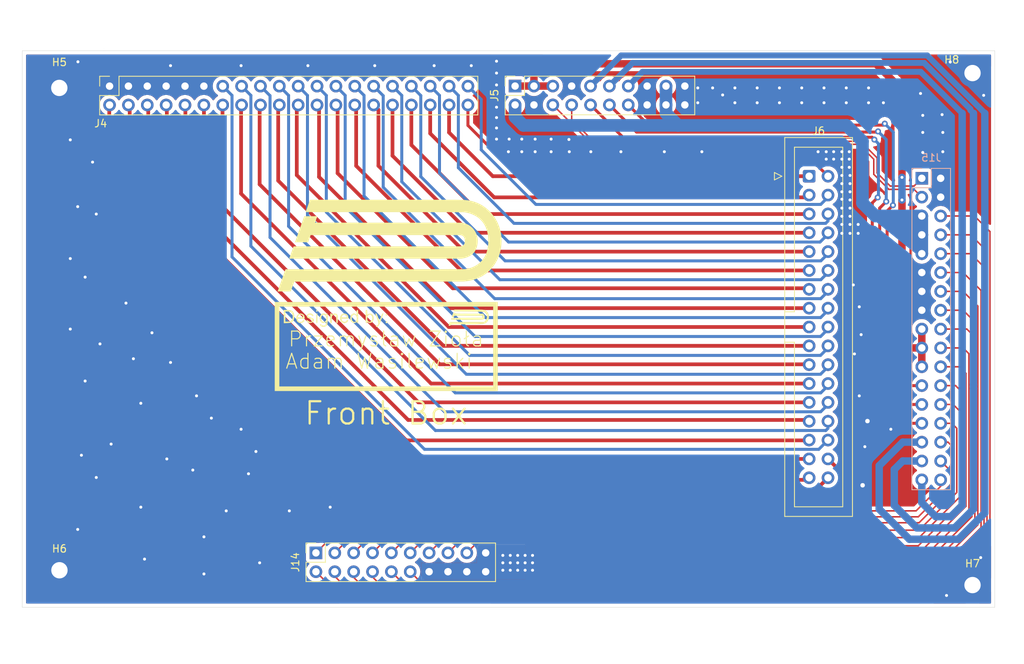
<source format=kicad_pcb>
(kicad_pcb (version 20211014) (generator pcbnew)
  (layers (0 "F.Cu" signal) (1 "In1.Cu" power) (2 "In2.Cu" power) (31 "B.Cu" signal) (34 "B.Paste" user) (35 "F.Paste" user) (36 "B.SilkS" user "B.Silkscreen") (37 "F.SilkS" user "F.Silkscreen") (38 "B.Mask" user) (39 "F.Mask" user) (44 "Edge.Cuts" user))
  (net 0 "")
  (net 1 "GND")
  (net 2 "+5V")
  (net 3 "/RST5")
  (net 4 "/CLK5")
  (net 5 "/SWD5")
  (net 6 "/RST4")
  (net 7 "/CLK4")
  (net 8 "/SWD4")
  (net 9 "/RST3")
  (net 10 "/CLK3")
  (net 11 "/SWD3")
  (net 12 "/RST2")
  (net 13 "/CLK2")
  (net 14 "/SWD2")
  (net 15 "/RST1")
  (net 16 "/CLK1")
  (net 17 "/SWD1")
  (net 18 "/SIG_APPS2")
  (net 19 "/SIG_APPS1")
  (net 20 "/KILL_LEWY")
  (net 21 "/KILL_PRAWY")
  (net 22 "/KILL_KIERA")
  (net 23 "/TEMP1")
  (net 24 "/WHEELSPEED2")
  (net 25 "/WHEELSPEED1")
  (net 26 "/POT_ZAWIAS2")
  (net 27 "/POT_ZAWIAS_1")
  (net 28 "/BRAKE_PRESSURE2")
  (net 29 "/BRAKE_PRESSURE1")
  (net 30 "/SAFE-OUT")
  (net 31 "/SAFE-IN")
  (net 32 "/BSPD-CURRENT")
  (net 33 "/+24F2")
  (net 34 "/WOLNY")
  (net 35 "/S36")
  (net 36 "/S27")
  (net 37 "/S25")
  (net 38 "/S23")
  (net 39 "/S21")
  (net 40 "/S19")
  (net 41 "/Z14")
  (net 42 "/Z13")
  (net 43 "/Z12")
  (net 44 "/Z11")
  (net 45 "/Z10")
  (net 46 "/Z9")
  (net 47 "/CAN-")
  (net 48 "/CAN+")
  (net 49 "/S15")
  (net 50 "/S17")
  (net 51 "/TIM_IN1")
  (net 52 "/TIM_IN0")
  (net 53 "/K_OUTPUT2")
  (net 54 "/OVERTRAVEL")
  (net 55 "/K_OUTPUT1")
  (net 56 "/INERTIA")
  (net 57 "/K_OUTPUT0")
  (net 58 "/K_ANALOG0")
  (net 59 "/PITOT2")
  (net 60 "/PITOT1")
  (footprint "Connector_PinSocket_2.54mm:PinSocket_2x10_P2.54mm_Vertical" (layer "F.Cu") (at 116.15 107.597154 90)
    (fp_text reference "J14")
    (fp_text value "Diagnostyka")
  )
  (footprint "Connector_PinSocket_2.54mm:PinSocket_2x20_P2.54mm_Vertical" (layer "F.Cu") (at 88.36 44.697154 90)
    (fp_text reference "J4")
    (fp_text value "Sygnały")
  )
  (footprint "Connector_PinSocket_2.54mm:PinSocket_2x10_P2.54mm_Vertical" (layer "F.Cu") (at 142.97 44.687154 90)
    (fp_text reference "J5")
    (fp_text value "Zasilanie+CAN")
  )
  (footprint "Connector_IDC:IDC-Header_2x17_P2.54mm_Vertical" (layer "F.Cu") (at 182.57 56.837154)
    (fp_text reference "J6")
    (fp_text value "Taśma IDC dolna")
  )
  (footprint "MountingHole:MountingHole_2.2mm_M2_DIN965_Pad" (layer "F.Cu") (at 204.57 42.937154)
    (fp_text reference "H8")
    (fp_text value "MountingHole_Pad")
  )
  (footprint "User_footprints:SignatureBox30mm" (layer "F.Cu") (at 125.595 79.787154)
    (fp_text reference "G***" hide)
    (fp_text value "LOGO" hide)
  )
  (footprint "MountingHole:MountingHole_2.2mm_M2_DIN965_Pad" (layer "F.Cu") (at 81.61 109.940154)
    (fp_text reference "H6")
    (fp_text value "MountingHole_Pad")
  )
  (footprint "MountingHole:MountingHole_2.2mm_M2_DIN965_Pad" (layer "F.Cu") (at 81.61 44.937154)
    (fp_text reference "H5")
    (fp_text value "MountingHole_Pad")
  )
  (footprint "User_footprints:PUTM_LOGO_35mm" (layer "F.Cu") (at 125.151747 65.856283)
    (fp_text reference "G***" hide)
    (fp_text value "LOGO" hide)
  )
  (footprint "MountingHole:MountingHole_2.2mm_M2_DIN965_Pad" (layer "F.Cu") (at 204.57 111.937154)
    (fp_text reference "H7")
    (fp_text value "MountingHole_Pad")
  )
  (footprint "Connector_PinSocket_2.54mm:PinSocket_2x17_P2.54mm_Vertical" (layer "B.Cu") (at 197.74 57.117154 180)
    (fp_text reference "J15")
    (fp_text value "sockety płytka pozioma")
  )
  (gr_line (start 76.61 114.937154) (end 76.61 39.937154) (layer "Edge.Cuts") (width 0.05))
  (gr_line (start 76.61 114.937154) (end 87.57 114.937154) (layer "Edge.Cuts") (width 0.05))
  (gr_line (start 207.57 114.937154) (end 87.57 114.937154) (layer "Edge.Cuts") (width 0.05))
  (gr_line (start 76.61 39.937154) (end 87.57 39.937154) (layer "Edge.Cuts") (width 0.05))
  (gr_line (start 87.57 39.937154) (end 207.57 39.937154) (layer "Edge.Cuts") (width 0.05))
  (gr_line (start 207.57 39.937154) (end 207.57 114.937154) (layer "Edge.Cuts") (width 0.05))
  (segment (start 161.52048 49.262634) (end 167.54452 49.262634) (width 1) (layer "F.Cu") (net 1))
  (segment (start 167.54452 49.262634) (end 170.92 45.887154) (width 1) (layer "F.Cu") (net 1))
  (segment (start 160.75 47.227154) (end 160.75 48.492154) (width 1) (layer "F.Cu") (net 1))
  (segment (start 160.75 47.227154) (end 160.75 47.467154) (width 0.25) (layer "F.Cu") (net 1))
  (segment (start 160.75 44.687154) (end 160.75 47.227154) (width 1) (layer "F.Cu") (net 1))
  (segment (start 160.75 48.492154) (end 161.52048 49.262634) (width 1) (layer "F.Cu") (net 1))
  (via (at 186.97 64.537154) (size 0.8) (drill 0.4) (layers "F.Cu" "B.Cu") (net 1))
  (via (at 106.07 41.937154) (size 0.8) (drill 0.4) (layers "F.Cu" "B.Cu") (net 1))
  (via (at 96.07 94.937154) (size 0.8) (drill 0.4) (layers "F.Cu" "B.Cu") (net 1))
  (via (at 144.32 107.937154) (size 0.8) (drill 0.4) (layers "F.Cu" "B.Cu") (net 1))
  (via (at 187.57 46.937154) (size 0.8) (drill 0.4) (layers "F.Cu" "B.Cu") (net 1))
  (via (at 188.52 71.487154) (size 0.8) (drill 0.4) (layers "F.Cu" "B.Cu") (net 1))
  (via (at 168.12 53.537154) (size 0.8) (drill 0.4) (layers "F.Cu" "B.Cu") (net 1))
  (via (at 181.57 44.937154) (size 0.8) (drill 0.4) (layers "F.Cu" "B.Cu") (net 1))
  (via (at 92.57 101.437154) (size 0.8) (drill 0.4) (layers "F.Cu" "B.Cu") (net 1))
  (via (at 189.57 78.187154) (size 0.8) (drill 0.4) (layers "F.Cu" "B.Cu") (net 1))
  (via (at 189.32 74.437154) (size 0.8) (drill 0.4) (layers "F.Cu" "B.Cu") (net 1))
  (via (at 189.32 86.437154) (size 0.8) (drill 0.4) (layers "F.Cu" "B.Cu") (net 1))
  (via (at 188.07 63.337154) (size 0.8) (drill 0.4) (layers "F.Cu" "B.Cu") (net 1))
  (via (at 186.97 61.137154) (size 0.8) (drill 0.4) (layers "F.Cu" "B.Cu") (net 1))
  (via (at 108.07 93.937154) (size 0.8) (drill 0.4) (layers "F.Cu" "B.Cu") (net 1))
  (via (at 112.57 101.937154) (size 0.8) (drill 0.4) (layers "F.Cu" "B.Cu") (net 1))
  (via (at 137.07 41.937154) (size 0.8) (drill 0.4) (layers "F.Cu" "B.Cu") (net 1))
  (via (at 190.57 44.937154) (size 0.8) (drill 0.4) (layers "F.Cu" "B.Cu") (net 1))
  (via (at 192.57 46.937154) (size 0.8) (drill 0.4) (layers "F.Cu" "B.Cu") (net 1))
  (via (at 188.07 60.037154) (size 0.8) (drill 0.4) (layers "F.Cu" "B.Cu") (net 1))
  (via (at 115.07 41.937154) (size 0.8) (drill 0.4) (layers "F.Cu" "B.Cu") (net 1))
  (via (at 143.32 107.937154) (size 0.8) (drill 0.4) (layers "F.Cu" "B.Cu") (net 1))
  (via (at 189.17 63.337154) (size 0.8) (drill 0.4) (layers "F.Cu" "B.Cu") (net 1))
  (via (at 85.07 84.437154) (size 0.8) (drill 0.4) (layers "F.Cu" "B.Cu") (net 1))
  (via (at 145.67 53.537154) (size 0.8) (drill 0.4) (layers "F.Cu" "B.Cu") (net 1))
  (via (at 83.07 51.937154) (size 0.8) (drill 0.4) (layers "F.Cu" "B.Cu") (net 1))
  (via (at 101.07 105.437154) (size 0.8) (drill 0.4) (layers "F.Cu" "B.Cu") (net 1))
  (via (at 104.07 101.937154) (size 0.8) (drill 0.4) (layers "F.Cu" "B.Cu") (net 1))
  (via (at 144.32 109.937154) (size 0.8) (drill 0.4) (layers "F.Cu" "B.Cu") (net 1))
  (via (at 186.97 57.837154) (size 0.8) (drill 0.4) (layers "F.Cu" "B.Cu") (net 1))
  (via (at 189.77 98.487154) (size 1) (drill 0.6) (layers "F.Cu" "B.Cu") (net 1))
  (via (at 172.57 44.937154) (size 0.8) (drill 0.4) (layers "F.Cu" "B.Cu") (net 1))
  (via (at 94.07 77.937154) (size 0.8) (drill 0.4) (layers "F.Cu" "B.Cu") (net 1))
  (via (at 206.07 45.937154) (size 0.8) (drill 0.4) (layers "F.Cu" "B.Cu") (net 1))
  (via (at 145.67 51.837154) (size 0.8) (drill 0.4) (layers "F.Cu" "B.Cu") (net 1))
  (via (at 185.87 54.537154) (size 0.8) (drill 0.4) (layers "F.Cu" "B.Cu") (net 1))
  (via (at 186.97 55.637154) (size 0.8) (drill 0.4) (layers "F.Cu" "B.Cu") (net 1))
  (via (at 145.32 108.937154) (size 0.8) (drill 0.4) (layers "F.Cu" "B.Cu") (net 1))
  (via (at 187.97 53.537154) (size 0.8) (drill 0.4) (layers "F.Cu" "B.Cu") (net 1))
  (via (at 91.57 81.437154) (size 0.8) (drill 0.4) (layers "F.Cu" "B.Cu") (net 1))
  (via (at 188.07 58.937154) (size 0.8) (drill 0.4) (layers "F.Cu" "B.Cu") (net 1))
  (via (at 188.67 80.787154) (size 0.8) (drill 0.4) (layers "F.Cu" "B.Cu") (net 1))
  (via (at 140.47 48.937154) (size 0.8) (drill 0.4) (layers "F.Cu" "B.Cu") (net 1))
  (via (at 184.57 44.937154) (size 0.8) (drill 0.4) (layers "F.Cu" "B.Cu") (net 1))
  (via (at 186.97 62.237154) (size 0.8) (drill 0.4) (layers "F.Cu" "B.Cu") (net 1))
  (via (at 153.17 53.537154) (size 0.8) (drill 0.4) (layers "F.Cu" "B.Cu") (net 1))
  (via (at 186.97 63.337154) (size 0.8) (drill 0.4) (layers "F.Cu" "B.Cu") (net 1))
  (via (at 108.57 108.937154) (size 0.8) (drill 0.4) (layers "F.Cu" "B.Cu") (net 1))
  (via (at 101.07 110.437154) (size 0.8) (drill 0.4) (layers "F.Cu" "B.Cu") (net 1))
  (via (at 145.32 109.937154) (size 0.8) (drill 0.4) (layers "F.Cu" "B.Cu") (net 1))
  (via (at 142.17 51.837154) (size 0.8) (drill 0.4) (layers "F.Cu" "B.Cu") (net 1))
  (via (at 140.47 51.837154) (size 0.8) (drill 0.4) (layers "F.Cu" "B.Cu") (net 1))
  (via (at 187.97 54.537154) (size 0.8) (drill 0.4) (layers "F.Cu" "B.Cu") (net 1))
  (via (at 96.57 81.937154) (size 0.8) (drill 0.4) (layers "F.Cu" "B.Cu") (net 1))
  (via (at 167.57 46.937154) (size 0.8) (drill 0.4) (layers "F.Cu" "B.Cu") (net 1))
  (via (at 140.47 47.537154) (size 0.8) (drill 0.4) (layers "F.Cu" "B.Cu") (net 1))
  (via (at 147.82 51.837154) (size 0.8) (drill 0.4) (layers "F.Cu" "B.Cu") (net 1))
  (via (at 181.57 46.937154) (size 0.8) (drill 0.4) (layers "F.Cu" "B.Cu") (net 1))
  (via (at 184.87 53.537154) (size 0.8) (drill 0.4) (layers "F.Cu" "B.Cu") (net 1))
  (via (at 84.57 94.437154) (size 0.8) (drill 0.4) (layers "F.Cu" "B.Cu") (net 1))
  (via (at 170.92 45.887154) (size 0.8) (drill 0.4) (layers "F.Cu" "B.Cu") (net 1))
  (via (at 144.32 108.937154) (size 0.8) (drill 0.4) (layers "F.Cu" "B.Cu") (net 1))
  (via (at 184.87 54.537154) (size 0.8) (drill 0.4) (layers "F.Cu" "B.Cu") (net 1))
  (via (at 86.57 61.937154) (size 0.8) (drill 0.4) (layers "F.Cu" "B.Cu") (net 1))
  (via (at 150.22 51.887154) (size 0.8) (drill 0.4) (layers "F.Cu" "B.Cu") (net 1))
  (via (at 187.57 44.937154) (size 0.8) (drill 0.4) (layers "F.Cu" "B.Cu") (net 1))
  (via (at 188.07 56.737154) (size 0.8) (drill 0.4) (layers "F.Cu" "B.Cu") (net 1))
  (via (at 83.07 67.937154) (size 0.8) (drill 0.4) (layers "F.Cu" "B.Cu") (net 1))
  (via (at 150.27 53.537154) (size 0.8) (drill 0.4) (layers "F.Cu" "B.Cu") (net 1))
  (via (at 178.57 44.937154) (size 0.8) (drill 0.4) (layers "F.Cu" "B.Cu") (net 1))
  (via (at 183.77 53.537154) (size 0.8) (drill 0.4) (layers "F.Cu" "B.Cu") (net 1))
  (via (at 140.47 42.937154) (size 0.8) (drill 0.4) (layers "F.Cu" "B.Cu") (net 1))
  (via (at 118.07 101.437154) (size 0.8) (drill 0.4) (layers "F.Cu" "B.Cu") (net 1))
  (via (at 143.32 109.937154) (size 0.8) (drill 0.4) (layers "F.Cu" "B.Cu") (net 1))
  (via (at 87.07 79.437154) (size 0.8) (drill 0.4) (layers "F.Cu" "B.Cu") (net 1))
  (via (at 92.57 87.437154) (size 0.8) (drill 0.4) (layers "F.Cu" "B.Cu") (net 1))
  (via (at 197.87 50.937154) (size 0.8) (drill 0.4) (layers "F.Cu" "B.Cu") (net 1))
  (via (at 201.57 41.437154) (size 0.8) (drill 0.4) (layers "F.Cu" "B.Cu") (net 1))
  (via (at 186.97 59.937154) (size 0.8) (drill 0.4) (layers "F.Cu" "B.Cu") (net 1))
  (via (at 141.32 109.937154) (size 0.8) (drill 0.4) (layers "F.Cu" "B.Cu") (net 1))
  (via (at 145.32 107.937154) (size 0.8) (drill 0.4) (layers "F.Cu" "B.Cu") (net 1))
  (via (at 142.32 108.937154) (size 0.8) (drill 0.4) (layers "F.Cu" "B.Cu") (net 1))
  (via (at 188.07 57.837154) (size 0.8) (drill 0.4) (layers "F.Cu" "B.Cu") (net 1))
  (via (at 189.17 64.537154) (size 0.8) (drill 0.4) (layers "F.Cu" "B.Cu") (net 1))
  (via (at 190.07 93.287154) (size 0.8) (drill 0.4) (layers "F.Cu" "B.Cu") (net 1))
  (via (at 99.57 96.437154) (size 0.8) (drill 0.4) (layers "F.Cu" "B.Cu") (net 1))
  (via (at 205.67 108.237154) (size 0.8) (drill 0.4) (layers "F.Cu" "B.Cu") (net 1))
  (via (at 190.57 46.937154) (size 0.8) (drill 0.4) (layers "F.Cu" "B.Cu") (net 1))
  (via (at 172.57 46.937154) (size 0.8) (drill 0.4) (layers "F.Cu" "B.Cu") (net 1))
  (via (at 188.07 64.537154) (size 0.8) (drill 0.4) (layers "F.Cu" "B.Cu") (net 1))
  (via (at 100.07 86.437154) (size 0.8) (drill 0.4) (layers "F.Cu" "B.Cu") (net 1))
  (via (at 186.97 54.537154) (size 0.8) (drill 0.4) (layers "F.Cu" "B.Cu") (net 1))
  (via (at 84.07 60.937154) (size 0.8) (drill 0.4) (layers "F.Cu" "B.Cu") (net 1))
  (via (at 107.07 96.937154) (size 0.8) (drill 0.4) (layers "F.Cu" "B.Cu") (net 1))
  (via (at 140.47 41.337154) (size 0.8) (drill 0.4) (layers "F.Cu" "B.Cu") (net 1))
  (via (at 186.97 53.537154) (size 0.8) (drill 0.4) (layers "F.Cu" "B.Cu") (net 1))
  (via (at 140.47 44.537154) (size 0.8) (drill 0.4) (layers "F.Cu" "B.Cu") (net 1))
  (via (at 200.57 53.537154) (size 0.8) (drill 0.4) (layers "F.Cu" "B.Cu") (net 1))
  (via (at 140.47 50.337154) (size 0.8) (drill 0.4) (layers "F.Cu" "B.Cu") (net 1))
  (via (at 84.07 104.437154) (size 0.8) (drill 0.4) (layers "F.Cu" "B.Cu") (net 1))
  (via (at 188.07 62.237154) (size 0.8) (drill 0.4) (layers "F.Cu" "B.Cu") (net 1))
  (via (at 163.07 53.537154) (size 0.8) (drill 0.4) (layers "F.Cu" "B.Cu") (net 1))
  (via (at 201.07 113.337154) (size 0.8) (drill 0.4) (layers "F.Cu" "B.Cu") (net 1))
  (via (at 141.32 107.937154) (size 0.8) (drill 0.4) (layers "F.Cu" "B.Cu") (net 1))
  (via (at 197.87 48.637154) (size 0.8) (drill 0.4) (layers "F.Cu" "B.Cu") (net 1))
  (via (at 178.57 46.937154) (size 0.8) (drill 0.4) (layers "F.Cu" "B.Cu") (net 1))
  (via (at 147.82 53.537154) (size 0.8) (drill 0.4) (layers "F.Cu" "B.Cu") (net 1))
  (via (at 86.57 97.437154) (size 0.8) (drill 0.4) (layers "F.Cu" "B.Cu") (net 1))
  (via (at 167.57 44.937154) (size 0.8) (drill 0.4) (layers "F.Cu" "B.Cu") (net 1))
  (via (at 90.57 73.937154) (size 0.8) (drill 0.4) (layers "F.Cu" "B.Cu") (net 1))
  (via (at 143.32 108.937154) (size 0.8) (drill 0.4) (layers "F.Cu" "B.Cu") (net 1))
  (via (at 188.07 61.137154) (size 0.8) (drill 0.4) (layers "F.Cu" "B.Cu") (net 1))
  (via (at 197.87 53.637154) (size 0.8) (drill 0.4) (layers "F.Cu" "B.Cu") (net 1))
  (via (at 106.07 90.937154) (size 0.8) (drill 0.4) (layers "F.Cu" "B.Cu") (net 1))
  (via (at 85.07 70.437154) (size 0.8) (drill 0.4) (layers "F.Cu" "B.Cu") (net 1))
  (via (at 143.87 53.537154) (size 0.8) (drill 0.4) (layers "F.Cu" "B.Cu") (net 1))
  (via (at 175.57 46.937154) (size 0.8) (drill 0.4) (layers "F.Cu" "B.Cu") (net 1))
  (via (at 88.57 92.937154) (size 0.8) (drill 0.4) (layers "F.Cu" "B.Cu") (net 1))
  (via (at 102.07 89.437154) (size 0.8) (drill 0.4) (layers "F.Cu" "B.Cu") (net 1))
  (via (at 175.57 44.937154) (size 0.8) (drill 0.4) (layers "F.Cu" "B.Cu") (net 1))
  (via (at 186.97 58.937154) (size 0.8) (drill 0.4) (layers "F.Cu" "B.Cu") (net 1))
  (via (at 142.32 107.937154) (size 0.8) (drill 0.4) (layers "F.Cu" "B.Cu") (net 1))
  (via (at 185.87 53.537154) (size 0.8) (drill 0.4) (layers "F.Cu" "B.Cu") (net 1))
  (via (at 93.07 108.437154) (size 0.8) (drill 0.4) (layers "F.Cu" "B.Cu") (net 1))
  (via (at 124.07 41.937154) (size 0.8) (drill 0.4) (layers "F.Cu" "B.Cu") (net 1))
  (via (at 84.1 41.414154) (size 0.8) (drill 0.4) (layers "F.Cu" "B.Cu") (net 1))
  (via (at 86.07 54.937154) (size 0.8) (drill 0.4) (layers "F.Cu" "B.Cu") (net 1))
  (via (at 197.57 45.687154) (size 0.8) (drill 0.4) (layers "F.Cu" "B.Cu") (net 1))
  (via (at 157.22 53.537154) (size 0.8) (drill 0.4) (layers "F.Cu" "B.Cu") (net 1))
  (via (at 186.97 56.737154) (size 0.8) (drill 0.4) (layers "F.Cu" "B.Cu") (net 1))
  (via (at 142.07 53.537154) (size 0.8) (drill 0.4) (layers "F.Cu" "B.Cu") (net 1))
  (via (at 187.97 55.637154) (size 0.8) (drill 0.4) (layers "F.Cu" "B.Cu") (net 1))
  (via (at 143.87 51.837154) (size 0.8) (drill 0.4) (layers "F.Cu" "B.Cu") (net 1))
  (via (at 141.32 108.937154) (size 0.8) (drill 0.4) (layers "F.Cu" "B.Cu") (net 1))
  (via (at 132.07 41.937154) (size 0.8) (drill 0.4) (layers "F.Cu" "B.Cu") (net 1))
  (via (at 142.32 109.937154) (size 0.8) (drill 0.4) (layers "F.Cu" "B.Cu") (net 1))
  (via (at 200.57 50.937154) (size 0.8) (drill 0.4) (layers "F.Cu" "B.Cu") (net 1))
  (via (at 96.57 41.937154) (size 0.8) (drill 0.4) (layers "F.Cu" "B.Cu") (net 1))
  (via (at 83.07 77.437154) (size 0.8) (drill 0.4) (layers "F.Cu" "B.Cu") (net 1))
  (via (at 184.57 46.937154) (size 0.8) (drill 0.4) (layers "F.Cu" "B.Cu") (net 1))
  (via (at 200.47 48.537154) (size 0.8) (drill 0.4) (layers "F.Cu" "B.Cu") (net 1))
  (via (at 193.57 90.937154) (size 0.8) (drill 0.4) (layers "F.Cu" "B.Cu") (net 1))
  (via (at 190.42 89.837154) (size 1) (drill 0.6) (layers "F.Cu" "B.Cu") (net 1))
  (via (at 169.57 44.937154) (size 0.8) (drill 0.4) (layers "F.Cu" "B.Cu") (net 1))
  (segment (start 184.32 108.937154) (end 189.77 103.487154) (width 0.25) (layer "B.Cu") (net 1))
  (segment (start 189.77 103.487154) (end 189.77 98.487154) (width 0.25) (layer "B.Cu") (net 1))
  (segment (start 189.82 98.537154) (end 189.77 98.487154) (width 0.2) (layer "B.Cu") (net 1))
  (segment (start 142.57 108.937154) (end 184.32 108.937154) (width 0.25) (layer "B.Cu") (net 1))
  (segment (start 197.616 74.773154) (end 197.74 74.897154) (width 1) (layer "B.Cu") (net 1))
  (segment (start 197.616 69.693154) (end 197.74 69.817154) (width 1) (layer "B.Cu") (net 1))
  (segment (start 189.75 52.127154) (end 187.61 49.987154) (width 1.7) (layer "B.Cu") (net 2))
  (segment (start 142.97 47.227154) (end 142.97 48.87) (width 1.7) (layer "B.Cu") (net 2))
  (segment (start 142.97 48.87) (end 144.087154 49.987154) (width 1.7) (layer "B.Cu") (net 2))
  (segment (start 197.74 67.277154) (end 197.74 64.737154) (width 1.7) (layer "B.Cu") (net 2))
  (segment (start 189.75 60.467154) (end 189.75 52.127154) (width 1.7) (layer "B.Cu") (net 2))
  (segment (start 144.087154 49.987154) (end 164.92 49.987154) (width 1.7) (layer "B.Cu") (net 2))
  (segment (start 163.29 44.687154) (end 163.29 47.227154) (width 1.7) (layer "B.Cu") (net 2))
  (segment (start 191.48 62.197154) (end 189.75 60.467154) (width 1.7) (layer "B.Cu") (net 2))
  (segment (start 163.29 48.357154) (end 164.92 49.987154) (width 1.7) (layer "B.Cu") (net 2))
  (segment (start 187.61 49.987154) (end 164.92 49.987154) (width 1.7) (layer "B.Cu") (net 2))
  (segment (start 197.74 62.197154) (end 191.48 62.197154) (width 1.7) (layer "B.Cu") (net 2))
  (segment (start 163.29 47.227154) (end 163.29 48.357154) (width 1.7) (layer "B.Cu") (net 2))
  (segment (start 197.74 64.737154) (end 197.74 62.197154) (width 1.7) (layer "B.Cu") (net 2))
  (segment (start 198.07 110.137154) (end 204.88603 103.321124) (width 0.2) (layer "F.Cu") (net 3))
  (segment (start 204.88603 103.321124) (end 204.88603 76.481184) (width 0.2) (layer "F.Cu") (net 3))
  (segment (start 203.302 74.897154) (end 200.28 74.897154) (width 0.2) (layer "F.Cu") (net 3))
  (segment (start 145.87 111.937154) (end 147.67 110.137154) (width 0.2) (layer "F.Cu") (net 3))
  (segment (start 130.65 111.937154) (end 145.87 111.937154) (width 0.2) (layer "F.Cu") (net 3))
  (segment (start 147.67 110.137154) (end 198.07 110.137154) (width 0.2) (layer "F.Cu") (net 3))
  (segment (start 204.88603 76.481184) (end 203.302 74.897154) (width 0.2) (layer "F.Cu") (net 3))
  (segment (start 128.85 110.137154) (end 130.65 111.937154) (width 0.2) (layer "F.Cu") (net 3))
  (segment (start 128.509519 112.336673) (end 126.31 110.137154) (width 0.2) (layer "F.Cu") (net 4))
  (segment (start 205.28604 74.341194) (end 205.28604 103.821114) (width 0.2) (layer "F.Cu") (net 4))
  (segment (start 146.670481 112.336673) (end 128.509519 112.336673) (width 0.2) (layer "F.Cu") (net 4))
  (segment (start 203.302 72.357154) (end 205.28604 74.341194) (width 0.2) (layer "F.Cu") (net 4))
  (segment (start 198.07 111.037154) (end 147.97 111.037154) (width 0.2) (layer "F.Cu") (net 4))
  (segment (start 200.28 72.357154) (end 203.302 72.357154) (width 0.2) (layer "F.Cu") (net 4))
  (segment (start 205.28604 103.821114) (end 198.07 111.037154) (width 0.2) (layer "F.Cu") (net 4))
  (segment (start 147.97 111.037154) (end 146.670481 112.336673) (width 0.2) (layer "F.Cu") (net 4))
  (segment (start 123.77 110.837154) (end 123.77 110.137154) (width 0.2) (layer "F.Cu") (net 5))
  (segment (start 205.718 72.233154) (end 205.718 104.189154) (width 0.2) (layer "F.Cu") (net 5))
  (segment (start 125.669039 112.736193) (end 123.77 110.837154) (width 0.2) (layer "F.Cu") (net 5))
  (segment (start 200.28 69.817154) (end 203.302 69.817154) (width 0.2) (layer "F.Cu") (net 5))
  (segment (start 148.27 111.837154) (end 147.370961 112.736193) (width 0.2) (layer "F.Cu") (net 5))
  (segment (start 203.302 69.817154) (end 205.718 72.233154) (width 0.2) (layer "F.Cu") (net 5))
  (segment (start 198.07 111.837154) (end 148.27 111.837154) (width 0.2) (layer "F.Cu") (net 5))
  (segment (start 147.370961 112.736193) (end 125.669039 112.736193) (width 0.2) (layer "F.Cu") (net 5))
  (segment (start 205.718 104.189154) (end 198.07 111.837154) (width 0.2) (layer "F.Cu") (net 5))
  (segment (start 204.318 67.277154) (end 206.11801 69.077164) (width 0.2) (layer "F.Cu") (net 6))
  (segment (start 148.57 112.737154) (end 148.171441 113.135713) (width 0.2) (layer "F.Cu") (net 6))
  (segment (start 206.11801 69.077164) (end 206.11801 104.639144) (width 0.2) (layer "F.Cu") (net 6))
  (segment (start 206.11801 104.639144) (end 198.02 112.737154) (width 0.2) (layer "F.Cu") (net 6))
  (segment (start 200.28 67.277154) (end 204.318 67.277154) (width 0.2) (layer "F.Cu") (net 6))
  (segment (start 123.468559 113.135713) (end 121.23 110.897154) (width 0.2) (layer "F.Cu") (net 6))
  (segment (start 148.171441 113.135713) (end 123.468559 113.135713) (width 0.2) (layer "F.Cu") (net 6))
  (segment (start 121.23 110.897154) (end 121.23 110.137154) (width 0.2) (layer "F.Cu") (net 6))
  (segment (start 198.02 112.737154) (end 148.57 112.737154) (width 0.2) (layer "F.Cu") (net 6))
  (segment (start 198.07 113.537154) (end 148.77 113.537154) (width 0.2) (layer "F.Cu") (net 7))
  (segment (start 206.51802 105.089134) (end 198.07 113.537154) (width 0.2) (layer "F.Cu") (net 7))
  (segment (start 148.47 113.837154) (end 121.77 113.837154) (width 0.2) (layer "F.Cu") (net 7))
  (segment (start 118.69 110.757154) (end 118.69 110.137154) (width 0.2) (layer "F.Cu") (net 7))
  (segment (start 200.28 64.737154) (end 204.318 64.737154) (width 0.2) (layer "F.Cu") (net 7))
  (segment (start 148.77 113.537154) (end 148.47 113.837154) (width 0.2) (layer "F.Cu") (net 7))
  (segment (start 206.51802 66.937174) (end 206.51802 105.089134) (width 0.2) (layer "F.Cu") (net 7))
  (segment (start 121.77 113.837154) (end 118.69 110.757154) (width 0.2) (layer "F.Cu") (net 7))
  (segment (start 204.318 64.737154) (end 206.51802 66.937174) (width 0.2) (layer "F.Cu") (net 7))
  (segment (start 198.37 114.237154) (end 120.25 114.237154) (width 0.2) (layer "F.Cu") (net 8))
  (segment (start 204.826 62.197154) (end 206.91803 64.289184) (width 0.2) (layer "F.Cu") (net 8))
  (segment (start 120.25 114.237154) (end 116.15 110.137154) (width 0.2) (layer "F.Cu") (net 8))
  (segment (start 200.28 62.197154) (end 204.826 62.197154) (width 0.2) (layer "F.Cu") (net 8))
  (segment (start 206.91803 105.689124) (end 198.37 114.237154) (width 0.2) (layer "F.Cu") (net 8))
  (segment (start 206.91803 64.289184) (end 206.91803 105.689124) (width 0.2) (layer "F.Cu") (net 8))
  (segment (start 204.48602 78.113174) (end 203.81 77.437154) (width 0.2) (layer "F.Cu") (net 9))
  (segment (start 197.97 109.237154) (end 204.48602 102.721134) (width 0.2) (layer "F.Cu") (net 9))
  (segment (start 136.47 107.597154) (end 137.93 106.137154) (width 0.2) (layer "F.Cu") (net 9))
  (segment (start 137.93 106.137154) (end 144.67 106.137154) (width 0.2) (layer "F.Cu") (net 9))
  (segment (start 204.48602 102.721134) (end 204.48602 78.113174) (width 0.2) (layer "F.Cu") (net 9))
  (segment (start 144.67 106.137154) (end 147.77 109.237154) (width 0.2) (layer "F.Cu") (net 9))
  (segment (start 147.77 109.237154) (end 197.97 109.237154) (width 0.2) (layer "F.Cu") (net 9))
  (segment (start 203.81 77.437154) (end 200.28 77.437154) (width 0.2) (layer "F.Cu") (net 9))
  (segment (start 200.28 79.977154) (end 203.302 79.977154) (width 0.2) (layer "F.Cu") (net 10))
  (segment (start 204.08601 102.121144) (end 197.77 108.437154) (width 0.2) (layer "F.Cu") (net 10))
  (segment (start 145.07 105.637154) (end 135.89 105.637154) (width 0.2) (layer "F.Cu") (net 10))
  (segment (start 204.08601 80.761164) (end 204.08601 102.121144) (width 0.2) (layer "F.Cu") (net 10))
  (segment (start 135.89 105.637154) (end 133.93 107.597154) (width 0.2) (layer "F.Cu") (net 10))
  (segment (start 197.77 108.437154) (end 147.87 108.437154) (width 0.2) (layer "F.Cu") (net 10))
  (segment (start 147.87 108.437154) (end 145.07 105.637154) (width 0.2) (layer "F.Cu") (net 10))
  (segment (start 203.302 79.977154) (end 204.08601 80.761164) (width 0.2) (layer "F.Cu") (net 10))
  (segment (start 202.794 82.517154) (end 200.28 82.517154) (width 0.2) (layer "F.Cu") (net 11))
  (segment (start 145.47 105.037154) (end 147.97 107.537154) (width 0.2) (layer "F.Cu") (net 11))
  (segment (start 131.39 107.597154) (end 133.95 105.037154) (width 0.2) (layer "F.Cu") (net 11))
  (segment (start 203.686 101.321154) (end 203.686 83.409154) (width 0.2) (layer "F.Cu") (net 11))
  (segment (start 197.47 107.537154) (end 203.686 101.321154) (width 0.2) (layer "F.Cu") (net 11))
  (segment (start 133.95 105.037154) (end 145.47 105.037154) (width 0.2) (layer "F.Cu") (net 11))
  (segment (start 147.97 107.537154) (end 197.47 107.537154) (width 0.2) (layer "F.Cu") (net 11))
  (segment (start 203.686 83.409154) (end 202.794 82.517154) (width 0.2) (layer "F.Cu") (net 11))
  (segment (start 197.27 106.637154) (end 148.17 106.637154) (width 0.2) (layer "F.Cu") (net 12))
  (segment (start 203.25404 100.653114) (end 197.27 106.637154) (width 0.2) (layer "F.Cu") (net 12))
  (segment (start 202.286 85.057154) (end 203.25404 86.025194) (width 0.2) (layer "F.Cu") (net 12))
  (segment (start 203.25404 86.025194) (end 203.25404 100.653114) (width 0.2) (layer "F.Cu") (net 12))
  (segment (start 132.01 104.437154) (end 128.85 107.597154) (width 0.2) (layer "F.Cu") (net 12))
  (segment (start 145.97 104.437154) (end 132.01 104.437154) (width 0.2) (layer "F.Cu") (net 12))
  (segment (start 148.17 106.637154) (end 145.97 104.437154) (width 0.2) (layer "F.Cu") (net 12))
  (segment (start 200.28 85.057154) (end 202.286 85.057154) (width 0.2) (layer "F.Cu") (net 12))
  (segment (start 202.85403 88.489154) (end 202.85403 100.053124) (width 0.2) (layer "F.Cu") (net 13))
  (segment (start 146.57 103.837154) (end 130.07 103.837154) (width 0.2) (layer "F.Cu") (net 13))
  (segment (start 200.28 87.597154) (end 201.96203 87.597154) (width 0.2) (layer "F.Cu") (net 13))
  (segment (start 197.37 105.537154) (end 148.27 105.537154) (width 0.2) (layer "F.Cu") (net 13))
  (segment (start 201.96203 87.597154) (end 202.85403 88.489154) (width 0.2) (layer "F.Cu") (net 13))
  (segment (start 148.27 105.537154) (end 146.57 103.837154) (width 0.2) (layer "F.Cu") (net 13))
  (segment (start 130.07 103.837154) (end 126.31 107.597154) (width 0.2) (layer "F.Cu") (net 13))
  (segment (start 202.85403 100.053124) (end 197.37 105.537154) (width 0.2) (layer "F.Cu") (net 13))
  (segment (start 148.37 104.537154) (end 147.270481 103.437635) (width 0.2) (layer "F.Cu") (net 14))
  (segment (start 200.28 90.137154) (end 201.778 90.137154) (width 0.2) (layer "F.Cu") (net 14))
  (segment (start 202.45402 90.813174) (end 202.45402 99.453134) (width 0.2) (layer "F.Cu") (net 14))
  (segment (start 201.778 90.137154) (end 202.45402 90.813174) (width 0.2) (layer "F.Cu") (net 14))
  (segment (start 197.37 104.537154) (end 148.37 104.537154) (width 0.2) (layer "F.Cu") (net 14))
  (segment (start 202.45402 99.453134) (end 197.37 104.537154) (width 0.2) (layer "F.Cu") (net 14))
  (segment (start 127.929519 103.437635) (end 123.77 107.597154) (width 0.2) (layer "F.Cu") (net 14))
  (segment (start 147.270481 103.437635) (end 127.929519 103.437635) (width 0.2) (layer "F.Cu") (net 14))
  (segment (start 201.27 92.677154) (end 202.05401 93.461164) (width 0.2) (layer "F.Cu") (net 15))
  (segment (start 202.05401 98.853144) (end 197.37 103.537154) (width 0.2) (layer "F.Cu") (net 15))
  (segment (start 200.28 92.677154) (end 201.27 92.677154) (width 0.2) (layer "F.Cu") (net 15))
  (segment (start 125.89 102.937154) (end 121.23 107.597154) (width 0.2) (layer "F.Cu") (net 15))
  (segment (start 197.37 103.537154) (end 148.67 103.537154) (width 0.2) (layer "F.Cu") (net 15))
  (segment (start 148.07 102.937154) (end 125.89 102.937154) (width 0.2) (layer "F.Cu") (net 15))
  (segment (start 148.67 103.537154) (end 148.07 102.937154) (width 0.2) (layer "F.Cu") (net 15))
  (segment (start 202.05401 93.461164) (end 202.05401 98.853144) (width 0.2) (layer "F.Cu") (net 15))
  (segment (start 148.96952 102.537634) (end 123.74952 102.537634) (width 0.2) (layer "F.Cu") (net 16))
  (segment (start 149.17 102.737154) (end 148.97 102.537154) (width 0.2) (layer "F.Cu") (net 16))
  (segment (start 123.74952 102.537634) (end 118.69 107.597154) (width 0.2) (layer "F.Cu") (net 16))
  (segment (start 201.654 96.591154) (end 201.654 98.353154) (width 0.2) (layer "F.Cu") (net 16))
  (segment (start 201.654 98.353154) (end 197.27 102.737154) (width 0.2) (layer "F.Cu") (net 16))
  (segment (start 148.97 102.537154) (end 148.96952 102.537634) (width 0.2) (layer "F.Cu") (net 16))
  (segment (start 197.27 102.737154) (end 149.17 102.737154) (width 0.2) (layer "F.Cu") (net 16))
  (segment (start 200.28 95.217154) (end 201.654 96.591154) (width 0.2) (layer "F.Cu") (net 16))
  (segment (start 200.28 97.757154) (end 200.28 98.627154) (width 0.2) (layer "F.Cu") (net 17))
  (segment (start 196.97 101.937154) (end 121.81 101.937154) (width 0.2) (layer "F.Cu") (net 17))
  (segment (start 121.81 101.937154) (end 116.15 107.597154) (width 0.2) (layer "F.Cu") (net 17))
  (segment (start 200.28 98.627154) (end 196.97 101.937154) (width 0.2) (layer "F.Cu") (net 17))
  (segment (start 136.62 49.987154) (end 136.62 47.237154) (width 0.4) (layer "F.Cu") (net 18))
  (segment (start 185.11 56.837154) (end 182.909511 54.636665) (width 0.4) (layer "F.Cu") (net 18))
  (segment (start 141.269511 54.636665) (end 136.62 49.987154) (width 0.4) (layer "F.Cu") (net 18))
  (segment (start 182.909511 54.636665) (end 141.269511 54.636665) (width 0.4) (layer "F.Cu") (net 18))
  (segment (start 139.97 56.837154) (end 134.08 50.947154) (width 0.5) (layer "F.Cu") (net 19))
  (segment (start 134.08 50.947154) (end 134.08 47.237154) (width 0.5) (layer "F.Cu") (net 19))
  (segment (start 182.57 56.837154) (end 139.97 56.837154) (width 0.5) (layer "F.Cu") (net 19))
  (segment (start 136.13 66.997154) (end 182.57 66.997154) (width 0.5) (layer "F.Cu") (net 20))
  (segment (start 123.92 47.237154) (end 124.57 47.887154) (width 0.5) (layer "F.Cu") (net 20))
  (segment (start 124.57 47.887154) (end 124.57 55.437154) (width 0.5) (layer "F.Cu") (net 20))
  (segment (start 124.57 55.437154) (end 136.13 66.997154) (width 0.5) (layer "F.Cu") (net 20))
  (segment (start 121.57 55.437154) (end 121.57 47.427154) (width 0.5) (layer "F.Cu") (net 21))
  (segment (start 182.57 69.537154) (end 135.67 69.537154) (width 0.5) (layer "F.Cu") (net 21))
  (segment (start 135.67 69.537154) (end 121.57 55.437154) (width 0.5) (layer "F.Cu") (net 21))
  (segment (start 121.57 47.427154) (end 121.38 47.237154) (width 0.5) (layer "F.Cu") (net 21))
  (segment (start 119.07 47.467154) (end 118.84 47.237154) (width 0.5) (layer "F.Cu") (net 22))
  (segment (start 119.07 56.437154) (end 119.07 47.467154) (width 0.5) (layer "F.Cu") (net 22))
  (segment (start 182.57 72.077154) (end 182.43 71.937154) (width 0.5) (layer "F.Cu") (net 22))
  (segment (start 134.57 71.937154) (end 119.07 56.437154) (width 0.5) (layer "F.Cu") (net 22))
  (segment (start 182.43 71.937154) (end 134.57 71.937154) (width 0.5) (layer "F.Cu") (net 22))
  (segment (start 116.57 56.937154) (end 116.57 47.507154) (width 0.5) (layer "F.Cu") (net 23))
  (segment (start 116.57 47.507154) (end 116.3 47.237154) (width 0.5) (layer "F.Cu") (net 23))
  (segment (start 182.57 74.617154) (end 134.25 74.617154) (width 0.5) (layer "F.Cu") (net 23))
  (segment (start 134.25 74.617154) (end 116.57 56.937154) (width 0.5) (layer "F.Cu") (net 23))
  (segment (start 113.57 47.427154) (end 113.76 47.237154) (width 0.5) (layer "F.Cu") (net 24))
  (segment (start 113.57 56.687154) (end 113.57 47.427154) (width 0.5) (layer "F.Cu") (net 24))
  (segment (start 134.04 77.157154) (end 113.57 56.687154) (width 0.5) (layer "F.Cu") (net 24))
  (segment (start 182.57 77.157154) (end 134.04 77.157154) (width 0.5) (layer "F.Cu") (net 24))
  (segment (start 133.33 79.697154) (end 111.07 57.437154) (width 0.5) (layer "F.Cu") (net 25))
  (segment (start 182.57 79.697154) (end 133.33 79.697154) (width 0.5) (layer "F.Cu") (net 25))
  (segment (start 111.07 57.437154) (end 111.07 47.387154) (width 0.5) (layer "F.Cu") (net 25))
  (segment (start 111.07 47.387154) (end 111.22 47.237154) (width 0.5) (layer "F.Cu") (net 25))
  (segment (start 108.68 47.237154) (end 108.57 47.347154) (width 0.5) (layer "F.Cu") (net 26))
  (segment (start 182.52 82.187154) (end 182.57 82.237154) (width 0.5) (layer "F.Cu") (net 26))
  (segment (start 132.82 82.187154) (end 182.52 82.187154) (width 0.5) (layer "F.Cu") (net 26))
  (segment (start 108.57 57.937154) (end 132.82 82.187154) (width 0.5) (layer "F.Cu") (net 26))
  (segment (start 108.57 47.347154) (end 108.57 57.937154) (width 0.5) (layer "F.Cu") (net 26))
  (segment (start 106.07 47.307154) (end 106.07 59.187154) (width 0.5) (layer "F.Cu") (net 27))
  (segment (start 131.66 84.777154) (end 182.57 84.777154) (width 0.5) (layer "F.Cu") (net 27))
  (segment (start 106.14 47.237154) (end 106.07 47.307154) (width 0.5) (layer "F.Cu") (net 27))
  (segment (start 106.07 59.187154) (end 131.66 84.777154) (width 0.5) (layer "F.Cu") (net 27))
  (segment (start 103.57 47.267154) (end 103.57 60.937154) (width 0.5) (layer "F.Cu") (net 28))
  (segment (start 103.57 60.937154) (end 129.95 87.317154) (width 0.5) (layer "F.Cu") (net 28))
  (segment (start 129.95 87.317154) (end 182.57 87.317154) (width 0.5) (layer "F.Cu") (net 28))
  (segment (start 103.6 47.237154) (end 103.57 47.267154) (width 0.5) (layer "F.Cu") (net 28))
  (segment (start 101.07 62.187154) (end 128.57 89.687154) (width 0.5) (layer "F.Cu") (net 29))
  (segment (start 182.4 89.687154) (end 182.57 89.857154) (width 0.5) (layer "F.Cu") (net 29))
  (segment (start 101.07 47.247154) (end 101.07 62.187154) (width 0.5) (layer "F.Cu") (net 29))
  (segment (start 128.57 89.687154) (end 182.4 89.687154) (width 0.5) (layer "F.Cu") (net 29))
  (segment (start 101.06 47.237154) (end 101.07 47.247154) (width 0.5) (layer "F.Cu") (net 29))
  (segment (start 98.52 47.237154) (end 98.57 47.287154) (width 0.5) (layer "F.Cu") (net 30))
  (segment (start 128.32 92.437154) (end 182.53 92.437154) (width 0.5) (layer "F.Cu") (net 30))
  (segment (start 182.53 92.437154) (end 182.57 92.397154) (width 0.5) (layer "F.Cu") (net 30))
  (segment (start 98.57 47.287154) (end 98.57 62.687154) (width 0.5) (layer "F.Cu") (net 30))
  (segment (start 98.57 62.687154) (end 128.32 92.437154) (width 0.5) (layer "F.Cu") (net 30))
  (segment (start 96.07 47.327154) (end 96.07 63.687154) (width 0.5) (layer "F.Cu") (net 31))
  (segment (start 127.32 94.937154) (end 182.57 94.937154) (width 0.5) (layer "F.Cu") (net 31))
  (segment (start 95.98 47.237154) (end 96.07 47.327154) (width 0.5) (layer "F.Cu") (net 31))
  (segment (start 96.07 63.687154) (end 127.32 94.937154) (width 0.5) (layer "F.Cu") (net 31))
  (segment (start 126.89 97.757154) (end 182.29 97.757154) (width 0.5) (layer "F.Cu") (net 32))
  (segment (start 93.44 47.237154) (end 93.57 47.367154) (width 0.5) (layer "F.Cu") (net 32))
  (segment (start 182.29 97.757154) (end 182.57 97.477154) (width 0.5) (layer "F.Cu") (net 32))
  (segment (start 93.57 64.437154) (end 126.89 97.757154) (width 0.5) (layer "F.Cu") (net 32))
  (segment (start 93.57 47.367154) (end 93.57 64.437154) (width 0.5) (layer "F.Cu") (net 32))
  (segment (start 145.51 42.997154) (end 146.82 41.687154) (width 1) (layer "F.Cu") (net 33))
  (segment (start 145.51 44.687154) (end 142.97 44.687154) (width 1) (layer "F.Cu") (net 33))
  (segment (start 146.82 41.687154) (end 191.57 41.687154) (width 1) (layer "F.Cu") (net 33))
  (segment (start 197.74 82.517154) (end 197.74 79.977154) (width 1) (layer "F.Cu") (net 33))
  (segment (start 195.07 78.937154) (end 196.11 79.977154) (width 1) (layer "F.Cu") (net 33))
  (segment (start 195.07 45.187154) (end 195.07 56.993154) (width 1) (layer "F.Cu") (net 33))
  (segment (start 145.51 44.687154) (end 145.51 42.997154) (width 1) (layer "F.Cu") (net 33))
  (segment (start 196.11 79.977154) (end 197.74 79.977154) (width 1) (layer "F.Cu") (net 33))
  (segment (start 145.51 44.687154) (end 148.05 44.687154) (width 1) (layer "F.Cu") (net 33))
  (segment (start 195.07 60.041154) (end 195.07 78.937154) (width 1) (layer "F.Cu") (net 33))
  (segment (start 191.57 41.687154) (end 195.07 45.187154) (width 1) (layer "F.Cu") (net 33))
  (segment (start 197.74 79.977154) (end 197.74 77.437154) (width 1) (layer "F.Cu") (net 33))
  (via (at 195.07 60.041154) (size 0.8) (drill 0.4) (layers "F.Cu" "B.Cu") (net 33))
  (via (at 195.07 56.993154) (size 0.8) (drill 0.4) (layers "F.Cu" "B.Cu") (net 33))
  (segment (start 145.08 44.697154) (end 145.162 44.697154) (width 0.5) (layer "B.Cu") (net 33))
  (segment (start 145.08 44.697154) (end 145.67 44.697154) (width 0.4) (layer "B.Cu") (net 33))
  (segment (start 195.07 60.041154) (end 195.07 56.993154) (width 1) (layer "B.Cu") (net 33))
  (segment (start 130.779511 93.646665) (end 104.849511 67.716665) (width 0.4) (layer "B.Cu") (net 34))
  (segment (start 185.11 92.397154) (end 183.860489 93.646665) (width 0.4) (layer "B.Cu") (net 34))
  (segment (start 104.849511 45.946665) (end 103.6 44.697154) (width 0.4) (layer "B.Cu") (net 34))
  (segment (start 183.860489 93.646665) (end 130.779511 93.646665) (width 0.4) (layer "B.Cu") (net 34))
  (segment (start 104.849511 67.716665) (end 104.849511 45.946665) (width 0.4) (layer "B.Cu") (net 34))
  (segment (start 140.154228 59.687154) (end 131.54 51.072926) (width 0.5) (layer "F.Cu") (net 35))
  (segment (start 182.57 59.377154) (end 182.26 59.687154) (width 0.5) (layer "F.Cu") (net 35))
  (segment (start 182.26 59.687154) (end 140.154228 59.687154) (width 0.5) (layer "F.Cu") (net 35))
  (segment (start 131.54 51.072926) (end 131.54 47.237154) (width 0.5) (layer "F.Cu") (net 35))
  (segment (start 139.02 75.887154) (end 122.629511 59.496665) (width 0.4) (layer "B.Cu") (net 36))
  (segment (start 122.629511 45.946665) (end 121.38 44.697154) (width 0.4) (layer "B.Cu") (net 36))
  (segment (start 185.11 74.897154) (end 184.12 75.887154) (width 0.4) (layer "B.Cu") (net 36))
  (segment (start 122.629511 59.496665) (end 122.629511 45.946665) (width 0.4) (layer "B.Cu") (net 36))
  (segment (start 184.12 75.887154) (end 139.02 75.887154) (width 0.4) (layer "B.Cu") (net 36))
  (segment (start 120.089511 45.946665) (end 118.84 44.697154) (width 0.4) (layer "B.Cu") (net 37))
  (segment (start 137.57 78.437154) (end 120.089511 60.956665) (width 0.4) (layer "B.Cu") (net 37))
  (segment (start 120.089511 60.956665) (end 120.089511 45.946665) (width 0.4) (layer "B.Cu") (net 37))
  (segment (start 184.11 78.437154) (end 137.57 78.437154) (width 0.4) (layer "B.Cu") (net 37))
  (segment (start 185.11 77.437154) (end 184.11 78.437154) (width 0.4) (layer "B.Cu") (net 37))
  (segment (start 184.1 80.987154) (end 136.87 80.987154) (width 0.4) (layer "B.Cu") (net 38))
  (segment (start 136.87 80.987154) (end 117.549511 61.666665) (width 0.4) (layer "B.Cu") (net 38))
  (segment (start 185.11 79.977154) (end 184.1 80.987154) (width 0.4) (layer "B.Cu") (net 38))
  (segment (start 117.549511 45.946665) (end 116.3 44.697154) (width 0.4) (layer "B.Cu") (net 38))
  (segment (start 117.549511 61.666665) (end 117.549511 45.946665) (width 0.4) (layer "B.Cu") (net 38))
  (segment (start 115.009511 45.946665) (end 113.76 44.697154) (width 0.4) (layer "B.Cu") (net 39))
  (segment (start 184.099511 83.527643) (end 136.410489 83.527643) (width 0.4) (layer "B.Cu") (net 39))
  (segment (start 185.11 82.517154) (end 184.099511 83.527643) (width 0.4) (layer "B.Cu") (net 39))
  (segment (start 115.009511 62.126665) (end 115.009511 45.946665) (width 0.4) (layer "B.Cu") (net 39))
  (segment (start 136.410489 83.527643) (end 115.009511 62.126665) (width 0.4) (layer "B.Cu") (net 39))
  (segment (start 134.92 86.037154) (end 112.469511 63.586665) (width 0.4) (layer "B.Cu") (net 40))
  (segment (start 184.13 86.037154) (end 134.92 86.037154) (width 0.4) (layer "B.Cu") (net 40))
  (segment (start 112.469511 63.586665) (end 112.469511 45.946665) (width 0.4) (layer "B.Cu") (net 40))
  (segment (start 185.11 85.057154) (end 184.13 86.037154) (width 0.4) (layer "B.Cu") (net 40))
  (segment (start 112.469511 45.946665) (end 111.22 44.697154) (width 0.4) (layer "B.Cu") (net 40))
  (segment (start 160.935733 49.95) (end 160.932846 49.95) (width 0.4) (layer "F.Cu") (net 41))
  (segment (start 193.07 82.445154) (end 195.682 85.057154) (width 0.4) (layer "F.Cu") (net 41))
  (segment (start 167.917113 50.162154) (end 161.147887 50.162154) (width 0.4) (layer "F.Cu") (net 41))
  (segment (start 168.129268 49.95) (end 167.917113 50.162154) (width 0.4) (layer "F.Cu") (net 41))
  (segment (start 160.932846 49.95) (end 158.21 47.227154) (width 0.4) (layer "F.Cu") (net 41))
  (segment (start 192.55 49.95) (end 168.129268 49.95) (width 0.4) (layer "F.Cu") (net 41))
  (segment (start 161.147887 50.162154) (end 160.935733 49.95) (width 0.4) (layer "F.Cu") (net 41))
  (segment (start 192.75 49.75) (end 192.55 49.95) (width 0.4) (layer "F.Cu") (net 41))
  (segment (start 193.85 60.747654) (end 193.07 61.527654) (width 0.4) (layer "F.Cu") (net 41))
  (segment (start 193.07 61.527654) (end 193.07 82.445154) (width 0.4) (layer "F.Cu") (net 41))
  (segment (start 195.682 85.057154) (end 197.74 85.057154) (width 0.4) (layer "F.Cu") (net 41))
  (via (at 193.85 60.747654) (size 0.8) (drill 0.4) (layers "F.Cu" "B.Cu") (net 41))
  (via (at 192.75 49.75) (size 0.8) (drill 0.4) (layers "F.Cu" "B.Cu") (net 41))
  (segment (start 193.9 60.697654) (end 193.9 50.9) (width 0.4) (layer "B.Cu") (net 41))
  (segment (start 193.85 60.747654) (end 193.9 60.697654) (width 0.4) (layer "B.Cu") (net 41))
  (segment (start 193.9 50.9) (end 192.75 49.75) (width 0.4) (layer "B.Cu") (net 41))
  (segment (start 203.178 48.357154) (end 197.59 42.769154) (width 0.8) (layer "B.Cu") (net 42))
  (segment (start 197.74 100.831154) (end 199.622 102.713154) (width 1) (layer "B.Cu") (net 42))
  (segment (start 203.178 101.189154) (end 203.178 48.357154) (width 1) (layer "B.Cu") (net 42))
  (segment (start 199.622 102.713154) (end 201.654 102.713154) (width 1) (layer "B.Cu") (net 42))
  (segment (start 201.654 102.713154) (end 203.178 101.189154) (width 1) (layer "B.Cu") (net 42))
  (segment (start 160.128 42.769154) (end 158.21 44.687154) (width 0.8) (layer "B.Cu") (net 42))
  (segment (start 197.74 97.757154) (end 197.74 100.831154) (width 1) (layer "B.Cu") (net 42))
  (segment (start 197.59 42.769154) (end 160.128 42.769154) (width 0.8) (layer "B.Cu") (net 42))
  (segment (start 191.762846 50.887154) (end 159.33 50.887154) (width 0.4) (layer "F.Cu") (net 43))
  (segment (start 192.95 60.25) (end 192.07 61.13) (width 0.4) (layer "F.Cu") (net 43))
  (segment (start 195.682 87.597154) (end 197.74 87.597154) (width 0.4) (layer "F.Cu") (net 43))
  (segment (start 191.85 50.8) (end 191.762846 50.887154) (width 0.4) (layer "F.Cu") (net 43))
  (segment (start 159.33 50.887154) (end 155.67 47.227154) (width 0.4) (layer "F.Cu") (net 43))
  (segment (start 192.07 61.13) (end 192.07 83.985154) (width 0.4) (layer "F.Cu") (net 43))
  (segment (start 192.07 83.985154) (end 195.682 87.597154) (width 0.4) (layer "F.Cu") (net 43))
  (via (at 192.95 60.25) (size 0.8) (drill 0.4) (layers "F.Cu" "B.Cu") (net 43))
  (via (at 191.85 50.8) (size 0.8) (drill 0.4) (layers "F.Cu" "B.Cu") (net 43))
  (segment (start 191.85 50.8) (end 192.95 51.9) (width 0.4) (layer "B.Cu") (net 43))
  (segment (start 192.95 51.9) (end 192.95 60.25) (width 0.4) (layer "B.Cu") (net 43))
  (segment (start 194.034 96.357154) (end 194.034 101.189154) (width 1) (layer "B.Cu") (net 44))
  (segment (start 194.034 101.189154) (end 197.082 104.237154) (width 1) (layer "B.Cu") (net 44))
  (segment (start 204.27801 47.791741) (end 198.048443 41.562174) (width 0.8) (layer "B.Cu") (net 44))
  (segment (start 204.702 85.441154) (end 204.702 84.933154) (width 1) (layer "B.Cu") (net 44))
  (segment (start 197.082 104.237154) (end 202.162 104.237154) (width 1) (layer "B.Cu") (net 44))
  (segment (start 204.27801 47.933164) (end 204.27801 47.791741) (width 0.8) (layer "B.Cu") (net 44))
  (segment (start 204.702 48.357154) (end 204.27801 47.933164) (width 0.8) (layer "B.Cu") (net 44))
  (segment (start 204.702 101.697154) (end 204.702 85.441154) (width 1) (layer "B.Cu") (net 44))
  (segment (start 158.79498 41.562174) (end 155.67 44.687154) (width 0.8) (layer "B.Cu") (net 44))
  (segment (start 195.174 95.217154) (end 194.034 96.357154) (width 1) (layer "B.Cu") (net 44))
  (segment (start 197.74 95.217154) (end 195.174 95.217154) (width 1) (layer "B.Cu") (net 44))
  (segment (start 204.702 84.933154) (end 204.702 48.357154) (width 1) (layer "B.Cu") (net 44))
  (segment (start 202.162 104.237154) (end 204.702 101.697154) (width 1) (layer "B.Cu") (net 44))
  (segment (start 198.048443 41.562174) (end 158.79498 41.562174) (width 0.8) (layer "B.Cu") (net 44))
  (segment (start 157.49 51.587154) (end 153.13 47.227154) (width 0.4) (layer "F.Cu") (net 45))
  (segment (start 191.07 85.525154) (end 195.682 90.137154) (width 0.4) (layer "F.Cu") (net 45))
  (segment (start 191.8 59.7) (end 191.07 60.43) (width 0.4) (layer "F.Cu") (net 45))
  (segment (start 195.682 90.137154) (end 197.74 90.137154) (width 0.4) (layer "F.Cu") (net 45))
  (segment (start 191.037154 51.587154) (end 157.49 51.587154) (width 0.4) (layer "F.Cu") (net 45))
  (segment (start 191.07 60.43) (end 191.07 85.525154) (width 0.4) (layer "F.Cu") (net 45))
  (segment (start 191.35 51.9) (end 191.037154 51.587154) (width 0.4) (layer "F.Cu") (net 45))
  (via (at 191.35 51.9) (size 0.8) (drill 0.4) (layers "F.Cu" "B.Cu") (net 45))
  (via (at 191.8 59.7) (size 0.8) (drill 0.4) (layers "F.Cu" "B.Cu") (net 45))
  (segment (start 191.9 59.6) (end 191.9 52.45) (width 0.4) (layer "B.Cu") (net 45))
  (segment (start 191.8 59.7) (end 191.9 59.6) (width 0.4) (layer "B.Cu") (net 45))
  (segment (start 191.9 52.45) (end 191.35 51.9) (width 0.4) (layer "B.Cu") (net 45))
  (segment (start 206.226 48.325505) (end 198.462659 40.562164) (width 0.8) (layer "B.Cu") (net 46))
  (segment (start 192.002 101.189154) (end 192.002 101.697154) (width 1) (layer "B.Cu") (net 46))
  (segment (start 206.226 102.205154) (end 206.226 48.357154) (width 1) (layer "B.Cu") (net 46))
  (segment (start 196.066 105.761154) (end 202.67 105.761154) (width 1) (layer "B.Cu") (net 46))
  (segment (start 197.74 92.677154) (end 195.174 92.677154) (width 1) (layer "B.Cu") (net 46))
  (segment (start 192.002 95.849154) (end 192.002 101.189154) (width 1) (layer "B.Cu") (net 46))
  (segment (start 202.67 105.761154) (end 206.226 102.205154) (width 1) (layer "B.Cu") (net 46))
  (segment (start 192.002 101.697154) (end 196.066 105.761154) (width 1) (layer "B.Cu") (net 46))
  (segment (start 157.25499 40.562164) (end 153.13 44.687154) (width 0.8) (layer "B.Cu") (net 46))
  (segment (start 206.226 48.357154) (end 206.226 48.325505) (width 0.8) (layer "B.Cu") (net 46))
  (segment (start 195.174 92.677154) (end 192.002 95.849154) (width 1) (layer "B.Cu") (net 46))
  (segment (start 198.462659 40.562164) (end 157.25499 40.562164) (width 0.8) (layer "B.Cu") (net 46))
  (segment (start 150.59 49.202148) (end 150.59 47.227154) (width 0.2) (layer "F.Cu") (net 47))
  (segment (start 189.094313 52.137635) (end 153.525486 52.137634) (width 0.2) (layer "F.Cu") (net 47))
  (segment (start 191.719 56.391954) (end 191.719 54.359954) (width 0.2) (layer "F.Cu") (net 47))
  (segment (start 197.74 57.117154) (end 196.695 58.162154) (width 0.2) (layer "F.Cu") (net 47))
  (segment (start 191.719 54.359954) (end 189.5212 52.162154) (width 0.2) (layer "F.Cu") (net 47))
  (segment (start 196.695 58.162154) (end 193.4892 58.162154) (width 0.2) (layer "F.Cu") (net 47))
  (segment (start 189.449806 52.162154) (end 189.425286 52.137634) (width 0.2) (layer "F.Cu") (net 47))
  (segment (start 193.4892 58.162154) (end 191.719 56.391954) (width 0.2) (layer "F.Cu") (net 47))
  (segment (start 153.525486 52.137634) (end 150.59 49.202148) (width 0.2) (layer "F.Cu") (net 47))
  (segment (start 189.425286 52.137634) (end 189.094313 52.137635) (width 0.2) (layer "F.Cu") (net 47))
  (segment (start 189.5212 52.162154) (end 189.449806 52.162154) (width 0.2) (layer "F.Cu") (net 47))
  (segment (start 193.3028 58.612154) (end 191.269 56.578354) (width 0.2) (layer "F.Cu") (net 48))
  (segment (start 191.269 54.546354) (end 189.2598 52.537154) (width 0.2) (layer "F.Cu") (net 48))
  (segment (start 189.2598 52.537154) (end 153.36 52.537154) (width 0.2) (layer "F.Cu") (net 48))
  (segment (start 191.269 56.578354) (end 191.269 54.546354) (width 0.2) (layer "F.Cu") (net 48))
  (segment (start 197.74 59.657154) (end 196.695 58.612154) (width 0.2) (layer "F.Cu") (net 48))
  (segment (start 153.36 52.537154) (end 148.05 47.227154) (width 0.2) (layer "F.Cu") (net 48))
  (segment (start 196.695 58.612154) (end 193.3028 58.612154) (width 0.2) (layer "F.Cu") (net 48))
  (segment (start 107.389511 45.946665) (end 106.14 44.697154) (width 0.4) (layer "B.Cu") (net 49))
  (segment (start 132.239511 91.106665) (end 107.389511 66.256665) (width 0.4) (layer "B.Cu") (net 49))
  (segment (start 185.11 90.809154) (end 184.812489 91.106665) (width 0.4) (layer "B.Cu") (net 49))
  (segment (start 107.389511 66.256665) (end 107.389511 45.946665) (width 0.4) (layer "B.Cu") (net 49))
  (segment (start 185.11 90.137154) (end 185.11 90.809154) (width 0.25) (layer "B.Cu") (net 49))
  (segment (start 184.812489 91.106665) (end 132.239511 91.106665) (width 0.4) (layer "B.Cu") (net 49))
  (segment (start 184.12 88.587154) (end 133.47 88.587154) (width 0.4) (layer "B.Cu") (net 50))
  (segment (start 109.97 45.987154) (end 108.68 44.697154) (width 0.4) (layer "B.Cu") (net 50))
  (segment (start 133.47 88.587154) (end 109.97 65.087154) (width 0.4) (layer "B.Cu") (net 50))
  (segment (start 109.97 65.087154) (end 109.97 45.987154) (width 0.4) (layer "B.Cu") (net 50))
  (segment (start 185.11 87.597154) (end 184.12 88.587154) (width 0.4) (layer "B.Cu") (net 50))
  (segment (start 145.77 60.637154) (end 138.41 53.277154) (width 0.4) (layer "B.Cu") (net 51))
  (segment (start 138.41 46.487154) (end 136.62 44.697154) (width 0.4) (layer "B.Cu") (net 51))
  (segment (start 185.11 59.657154) (end 184.13 60.637154) (width 0.4) (layer "B.Cu") (net 51))
  (segment (start 184.13 60.637154) (end 145.77 60.637154) (width 0.4) (layer "B.Cu") (net 51))
  (segment (start 138.41 53.277154) (end 138.41 46.487154) (width 0.4) (layer "B.Cu") (net 51))
  (segment (start 135.329511 55.696665) (end 135.329511 45.946665) (width 0.4) (layer "B.Cu") (net 52))
  (segment (start 142.82 63.187154) (end 135.329511 55.696665) (width 0.4) (layer "B.Cu") (net 52))
  (segment (start 185.11 62.197154) (end 185.11 62.869154) (width 0.4) (layer "B.Cu") (net 52))
  (segment (start 185.11 62.869154) (end 184.792 63.187154) (width 0.4) (layer "B.Cu") (net 52))
  (segment (start 184.792 63.187154) (end 142.82 63.187154) (width 0.4) (layer "B.Cu") (net 52))
  (segment (start 135.329511 45.946665) (end 134.08 44.697154) (width 0.4) (layer "B.Cu") (net 52))
  (segment (start 132.789511 45.946665) (end 131.54 44.697154) (width 0.4) (layer "B.Cu") (net 53))
  (segment (start 184.040489 65.706665) (end 142.089511 65.706665) (width 0.4) (layer "B.Cu") (net 53))
  (segment (start 185.06 64.687154) (end 184.040489 65.706665) (width 0.4) (layer "B.Cu") (net 53))
  (segment (start 132.789511 56.406665) (end 132.789511 45.946665) (width 0.4) (layer "B.Cu") (net 53))
  (segment (start 142.089511 65.706665) (end 132.789511 56.406665) (width 0.4) (layer "B.Cu") (net 53))
  (segment (start 182.57 61.917154) (end 182.55 61.937154) (width 0.5) (layer "F.Cu") (net 54))
  (segment (start 182.55 61.937154) (end 138.31419 61.937154) (width 0.5) (layer "F.Cu") (net 54))
  (segment (start 129 52.622964) (end 129 47.237154) (width 0.5) (layer "F.Cu") (net 54))
  (segment (start 138.31419 61.937154) (end 129 52.622964) (width 0.5) (layer "F.Cu") (net 54))
  (segment (start 185.11 67.277154) (end 184.140489 68.246665) (width 0.4) (layer "B.Cu") (net 55))
  (segment (start 130.27 45.967154) (end 129 44.697154) (width 0.4) (layer "B.Cu") (net 55))
  (segment (start 184.140489 68.246665) (end 141.629511 68.246665) (width 0.4) (layer "B.Cu") (net 55))
  (segment (start 141.629511 68.246665) (end 130.27 56.887154) (width 0.4) (layer "B.Cu") (net 55))
  (segment (start 130.27 56.887154) (end 130.27 45.967154) (width 0.4) (layer "B.Cu") (net 55))
  (segment (start 136.84 64.457154) (end 182.57 64.457154) (width 0.5) (layer "F.Cu") (net 56))
  (segment (start 126.46 47.237154) (end 126.46 54.077154) (width 0.5) (layer "F.Cu") (net 56))
  (segment (start 126.46 54.077154) (end 136.84 64.457154) (width 0.5) (layer "F.Cu") (net 56))
  (segment (start 127.709511 57.576665) (end 127.709511 45.946665) (width 0.4) (layer "B.Cu") (net 57))
  (segment (start 140.92 70.787154) (end 127.709511 57.576665) (width 0.4) (layer "B.Cu") (net 57))
  (segment (start 127.709511 45.946665) (end 126.46 44.697154) (width 0.4) (layer "B.Cu") (net 57))
  (segment (start 184.14 70.787154) (end 140.92 70.787154) (width 0.4) (layer "B.Cu") (net 57))
  (segment (start 185.11 69.817154) (end 184.14 70.787154) (width 0.4) (layer "B.Cu") (net 57))
  (segment (start 125.210489 45.987643) (end 123.92 44.697154) (width 0.4) (layer "B.Cu") (net 58))
  (segment (start 140.22 73.337154) (end 125.210489 58.327643) (width 0.4) (layer "B.Cu") (net 58))
  (segment (start 125.210489 58.327643) (end 125.210489 45.987643) (width 0.4) (layer "B.Cu") (net 58))
  (segment (start 184.13 73.337154) (end 140.22 73.337154) (width 0.4) (layer "B.Cu") (net 58))
  (segment (start 185.11 72.357154) (end 184.13 73.337154) (width 0.4) (layer "B.Cu") (net 58))
  (segment (start 91.07 47.407154) (end 90.9 47.237154) (width 0.5) (layer "F.Cu") (net 59))
  (segment (start 125.32 99.937154) (end 91.07 65.687154) (width 0.5) (layer "F.Cu") (net 59))
  (segment (start 91.07 65.687154) (end 91.07 47.407154) (width 0.5) (layer "F.Cu") (net 59))
  (segment (start 185.11 97.477154) (end 182.65 99.937154) (width 0.5) (layer "F.Cu") (net 59))
  (segment (start 182.65 99.937154) (end 125.32 99.937154) (width 0.5) (layer "F.Cu") (net 59))
  (segment (start 187.57 97.397154) (end 185.11 94.937154) (width 0.5) (layer "F.Cu") (net 60))
  (segment (start 88.36 47.237154) (end 88.32 47.277154) (width 0.5) (layer "F.Cu") (net 60))
  (segment (start 185.60952 101.147634) (end 187.57 99.187154) (width 0.5) (layer "F.Cu") (net 60))
  (segment (start 187.57 99.187154) (end 187.57 97.397154) (width 0.5) (layer "F.Cu") (net 60))
  (segment (start 88.32 66.437154) (end 123.03048 101.147634) (width 0.5) (layer "F.Cu") (net 60))
  (segment (start 123.03048 101.147634) (end 185.60952 101.147634) (width 0.5) (layer "F.Cu") (net 60))
  (segment (start 88.32 47.277154) (end 88.32 66.437154) (width 0.5) (layer "F.Cu") (net 60))
  (zone (net 1) (net_name "GND") (layer "F.Cu") (connect_pads yes (clearance 0.508)) (min_thickness 0.254) (fill yes (thermal_gap 0.508) (thermal_bridge_width 0.508))
    (polygon (pts (xy 166.97 43.237154) (xy 167.47 43.387154) (xy 167.42 48.587154) (xy 167.07 48.637154) (xy 166.27 48.687154) (xy 165.62 48.737154) (xy 165.12 48.487154) (xy 164.77 48.137154) (xy 164.77 47.137154) (xy 164.82 43.337154) (xy 166.02 43.137154)))
  )
  (zone (net 1) (net_name "GND") (layer "F.Cu") (connect_pads (clearance 0.508)) (min_thickness 0.254) (fill yes (thermal_gap 0.508) (thermal_bridge_width 0.508))
    (polygon (pts (xy 151.77 51.537154) (xy 80.87 51.537154) (xy 80.87 40.137154) (xy 151.77 40.137154)))
  )
  (zone (net 1) (net_name "GND") (layers F&B.Cu) (connect_pads (clearance 0.508)) (min_thickness 0.254) (fill yes (thermal_gap 0.508) (thermal_bridge_width 0.508))
    (polygon (pts (xy 207.242 114.94) (xy 189.57 114.94) (xy 139.57 114.937154) (xy 139.57 39.937154) (xy 207.242 39.937154)))
  )
  (zone (net 1) (net_name "GND") (layer "F.Cu") (connect_pads yes (clearance 0.508)) (min_thickness 0.254) (fill yes (thermal_gap 0.508) (thermal_bridge_width 0.508))
    (polygon (pts (xy 207.07 114.437154) (xy 76.78 114.437154) (xy 76.78 40.437154) (xy 207.07 40.437154)))
  )
  (zone (net 1) (net_name "GND") (layer "F.Cu") (connect_pads (clearance 0.508)) (min_thickness 0.254) (fill yes (thermal_gap 0.508) (thermal_bridge_width 0.508))
    (polygon (pts (xy 187.514 54.437154) (xy 180.91 54.437154) (xy 179.894 52.405154) (xy 187.006 52.405154)))
  )
  (zone (net 1) (net_name "GND") (layer "B.Cu") (priority 1) (connect_pads yes (clearance 0.508)) (min_thickness 0.254) (fill yes (thermal_gap 0.508) (thermal_bridge_width 0.508) (smoothing fillet) (radius 5))
    (polygon (pts (xy 144.32 111.187154) (xy 130.32 111.187154) (xy 130.32 108.937154) (xy 137.82 108.937154) (xy 137.82 106.937154) (xy 138.07 106.437154) (xy 144.32 106.437154)))
  )
  (zone (net 1) (net_name "GND") (layer "B.Cu") (connect_pads yes (clearance 0.508)) (min_thickness 0.254) (fill yes (thermal_gap 0.508) (thermal_bridge_width 0.508))
    (polygon (pts (xy 139.57 45.937154) (xy 80.57 45.937154) (xy 80.57 39.937154) (xy 139.57 39.937154)))
  )
  (zone (net 1) (net_name "GND") (layer "B.Cu") (connect_pads (clearance 0.508)) (min_thickness 0.254) (fill yes (thermal_gap 0.508) (thermal_bridge_width 0.508))
    (polygon (pts (xy 203.178 48.865154) (xy 204.194 102.205154) (xy 186.922 102.205154) (xy 186.922 55.469154) (xy 180.826 55.469154) (xy 180.826 60.041154) (xy 156.442 60.041154) (xy 150.346 54.453154) (xy 150.346 46.325154) (xy 171.682 46.325154) (xy 171.682 43.277154) (xy 197.59 43.277154)))
  )
  (zone (net 2) (net_name "+5V") (layer "B.Cu") (priority 1) (connect_pads yes (clearance 0.508)) (min_thickness 0.254) (fill yes (thermal_gap 0.508) (thermal_bridge_width 0.508))
    (polygon (pts (xy 197.72 67.357154) (xy 197.69 67.887154) (xy 190.87 62.407154) (xy 197.69 62.207154)))
  )
  (zone (net 1) (net_name "GND") (layer "B.Cu") (connect_pads yes (clearance 0.508)) (min_thickness 0.254) (fill yes (thermal_gap 0.508) (thermal_bridge_width 0.508))
    (polygon (pts (xy 207.07 114.437154) (xy 76.76 114.437154) (xy 76.76 40.437154) (xy 207.07 40.437154)))
  )
)
</source>
